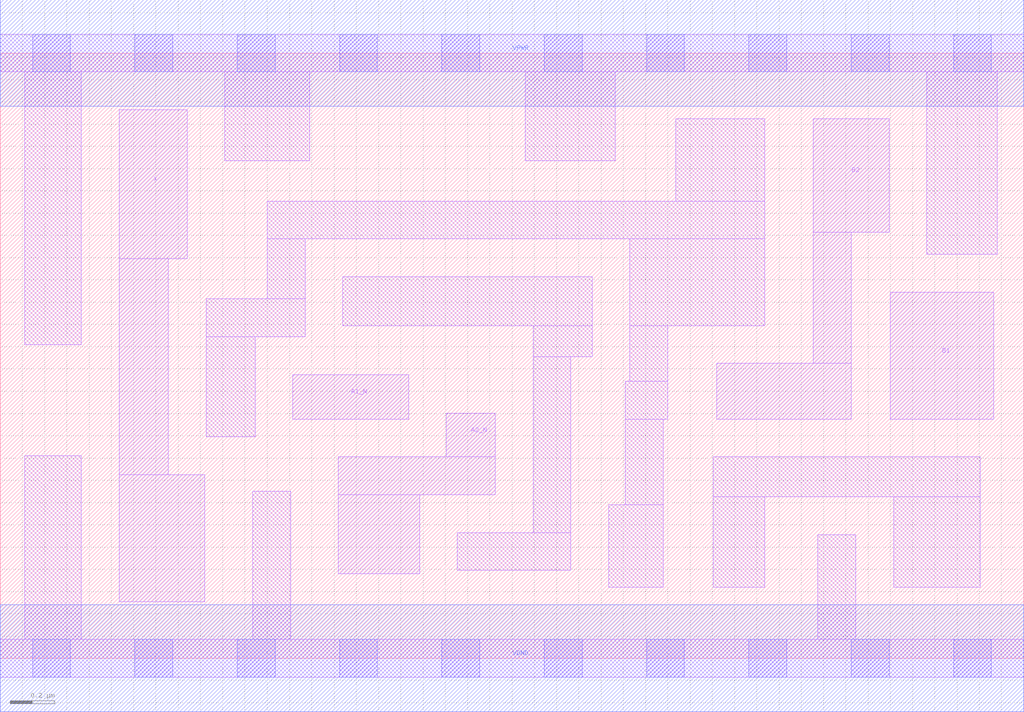
<source format=lef>
# Copyright 2020 The SkyWater PDK Authors
#
# Licensed under the Apache License, Version 2.0 (the "License");
# you may not use this file except in compliance with the License.
# You may obtain a copy of the License at
#
#     https://www.apache.org/licenses/LICENSE-2.0
#
# Unless required by applicable law or agreed to in writing, software
# distributed under the License is distributed on an "AS IS" BASIS,
# WITHOUT WARRANTIES OR CONDITIONS OF ANY KIND, either express or implied.
# See the License for the specific language governing permissions and
# limitations under the License.
#
# SPDX-License-Identifier: Apache-2.0

VERSION 5.7 ;
  NAMESCASESENSITIVE ON ;
  NOWIREEXTENSIONATPIN ON ;
  DIVIDERCHAR "/" ;
  BUSBITCHARS "[]" ;
UNITS
  DATABASE MICRONS 200 ;
END UNITS
PROPERTYDEFINITIONS
  MACRO maskLayoutSubType STRING ;
  MACRO prCellType STRING ;
  MACRO originalViewName STRING ;
END PROPERTYDEFINITIONS
MACRO sky130_fd_sc_hdll__o2bb2a_2
  CLASS CORE ;
  FOREIGN sky130_fd_sc_hdll__o2bb2a_2 ;
  ORIGIN  0.000000  0.000000 ;
  SIZE  4.600000 BY  2.720000 ;
  SYMMETRY X Y R90 ;
  SITE unithd ;
  PIN A1_N
    ANTENNAGATEAREA  0.178200 ;
    DIRECTION INPUT ;
    USE SIGNAL ;
    PORT
      LAYER li1 ;
        RECT 1.315000 1.075000 1.835000 1.275000 ;
    END
  END A1_N
  PIN A2_N
    ANTENNAGATEAREA  0.178200 ;
    DIRECTION INPUT ;
    USE SIGNAL ;
    PORT
      LAYER li1 ;
        RECT 1.520000 0.380000 1.885000 0.735000 ;
        RECT 1.520000 0.735000 2.225000 0.905000 ;
        RECT 2.005000 0.905000 2.225000 1.100000 ;
    END
  END A2_N
  PIN B1
    ANTENNAGATEAREA  0.178200 ;
    DIRECTION INPUT ;
    USE SIGNAL ;
    PORT
      LAYER li1 ;
        RECT 4.000000 1.075000 4.465000 1.645000 ;
    END
  END B1
  PIN B2
    ANTENNAGATEAREA  0.178200 ;
    DIRECTION INPUT ;
    USE SIGNAL ;
    PORT
      LAYER li1 ;
        RECT 3.220000 1.075000 3.825000 1.325000 ;
        RECT 3.655000 1.325000 3.825000 1.915000 ;
        RECT 3.655000 1.915000 3.995000 2.425000 ;
    END
  END B2
  PIN X
    ANTENNADIFFAREA  0.498000 ;
    DIRECTION OUTPUT ;
    USE SIGNAL ;
    PORT
      LAYER li1 ;
        RECT 0.535000 0.255000 0.920000 0.825000 ;
        RECT 0.535000 0.825000 0.755000 1.795000 ;
        RECT 0.535000 1.795000 0.840000 2.465000 ;
    END
  END X
  PIN VGND
    DIRECTION INOUT ;
    USE GROUND ;
    PORT
      LAYER met1 ;
        RECT 0.000000 -0.240000 4.600000 0.240000 ;
    END
  END VGND
  PIN VPWR
    DIRECTION INOUT ;
    USE POWER ;
    PORT
      LAYER met1 ;
        RECT 0.000000 2.480000 4.600000 2.960000 ;
    END
  END VPWR
  OBS
    LAYER li1 ;
      RECT 0.000000 -0.085000 4.600000 0.085000 ;
      RECT 0.000000  2.635000 4.600000 2.805000 ;
      RECT 0.110000  0.085000 0.365000 0.910000 ;
      RECT 0.110000  1.410000 0.365000 2.635000 ;
      RECT 0.925000  0.995000 1.145000 1.445000 ;
      RECT 0.925000  1.445000 1.370000 1.615000 ;
      RECT 1.010000  2.235000 1.390000 2.635000 ;
      RECT 1.135000  0.085000 1.305000 0.750000 ;
      RECT 1.200000  1.615000 1.370000 1.885000 ;
      RECT 1.200000  1.885000 3.435000 2.055000 ;
      RECT 1.540000  1.495000 2.660000 1.715000 ;
      RECT 2.055000  0.395000 2.565000 0.565000 ;
      RECT 2.360000  2.235000 2.765000 2.635000 ;
      RECT 2.395000  0.565000 2.565000 1.355000 ;
      RECT 2.395000  1.355000 2.660000 1.495000 ;
      RECT 2.735000  0.320000 2.980000 0.690000 ;
      RECT 2.810000  0.690000 2.980000 1.075000 ;
      RECT 2.810000  1.075000 3.000000 1.245000 ;
      RECT 2.830000  1.245000 3.000000 1.495000 ;
      RECT 2.830000  1.495000 3.435000 1.885000 ;
      RECT 3.035000  2.055000 3.435000 2.425000 ;
      RECT 3.205000  0.320000 3.435000 0.725000 ;
      RECT 3.205000  0.725000 4.405000 0.905000 ;
      RECT 3.675000  0.085000 3.845000 0.555000 ;
      RECT 4.015000  0.320000 4.405000 0.725000 ;
      RECT 4.165000  1.815000 4.480000 2.635000 ;
    LAYER mcon ;
      RECT 0.145000 -0.085000 0.315000 0.085000 ;
      RECT 0.145000  2.635000 0.315000 2.805000 ;
      RECT 0.605000 -0.085000 0.775000 0.085000 ;
      RECT 0.605000  2.635000 0.775000 2.805000 ;
      RECT 1.065000 -0.085000 1.235000 0.085000 ;
      RECT 1.065000  2.635000 1.235000 2.805000 ;
      RECT 1.525000 -0.085000 1.695000 0.085000 ;
      RECT 1.525000  2.635000 1.695000 2.805000 ;
      RECT 1.985000 -0.085000 2.155000 0.085000 ;
      RECT 1.985000  2.635000 2.155000 2.805000 ;
      RECT 2.445000 -0.085000 2.615000 0.085000 ;
      RECT 2.445000  2.635000 2.615000 2.805000 ;
      RECT 2.905000 -0.085000 3.075000 0.085000 ;
      RECT 2.905000  2.635000 3.075000 2.805000 ;
      RECT 3.365000 -0.085000 3.535000 0.085000 ;
      RECT 3.365000  2.635000 3.535000 2.805000 ;
      RECT 3.825000 -0.085000 3.995000 0.085000 ;
      RECT 3.825000  2.635000 3.995000 2.805000 ;
      RECT 4.285000 -0.085000 4.455000 0.085000 ;
      RECT 4.285000  2.635000 4.455000 2.805000 ;
  END
  PROPERTY maskLayoutSubType "abstract" ;
  PROPERTY prCellType "standard" ;
  PROPERTY originalViewName "layout" ;
END sky130_fd_sc_hdll__o2bb2a_2
END LIBRARY

</source>
